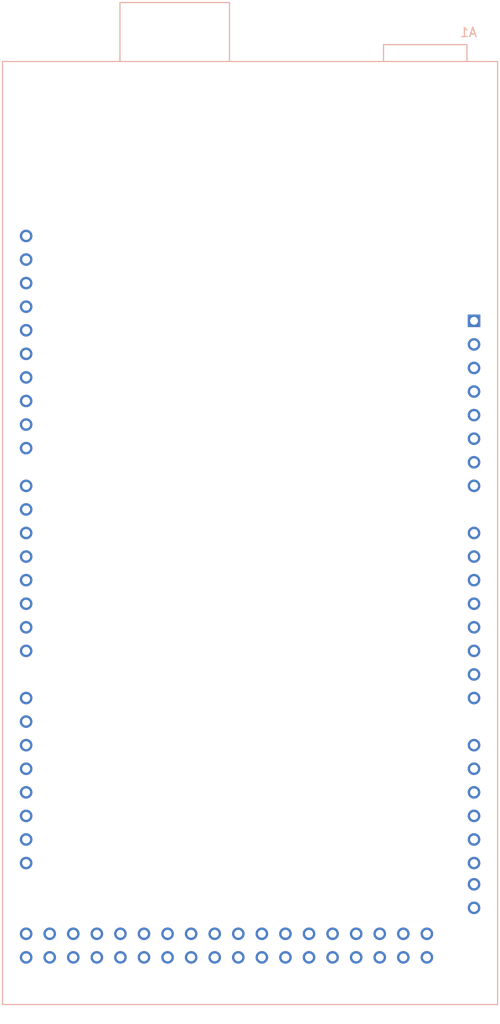
<source format=kicad_pcb>
(kicad_pcb (version 20211014) (generator pcbnew)
  (layers (0 "F.Cu" signal) (31 "B.Cu" signal) (34 "B.Paste" user) (35 "F.Paste" user) (36 "B.SilkS" user "B.Silkscreen") (37 "F.SilkS" user "F.Silkscreen") (38 "B.Mask" user) (39 "F.Mask" user) (44 "Edge.Cuts" user))
  (net 0 "")
  (footprint "Ard2560:ARDUINO_A000067" (layer "B.Cu") (at 129.54 99.06 180)
    (fp_text reference "A1" (at -23.525 53.945) (layer "B.SilkS") (effects (justify mirror)))
    (fp_text value "A000067")
    (fp_line (start -23.37 50.8) (end -14.378 50.8) (layer "B.SilkS") (width 0.127))
    (fp_line (start 2.22 57.15) (end 2.22 50.8) (layer "B.SilkS") (width 0.127))
    (fp_line (start -23.37 52.61) (end -14.378 52.61) (layer "B.SilkS") (width 0.127))
    (fp_line (start 14.02 50.8) (end 26.67 50.8) (layer "B.SilkS") (width 0.127))
    (fp_line (start 14.02 57.15) (end 2.22 57.15) (layer "B.SilkS") (width 0.127))
    (fp_line (start -26.67 -50.8) (end -26.67 50.8) (layer "B.SilkS") (width 0.127))
    (fp_line (start 26.67 50.8) (end 26.67 -50.8) (layer "B.SilkS") (width 0.127))
    (fp_line (start 26.67 -50.8) (end -26.67 -50.8) (layer "B.SilkS") (width 0.127))
    (fp_line (start -14.378 52.61) (end -14.378 50.8) (layer "B.SilkS") (width 0.127))
    (fp_line (start -14.378 50.8) (end 2.22 50.8) (layer "B.SilkS") (width 0.127))
    (fp_line (start -26.67 50.8) (end -23.37 50.8) (layer "B.SilkS") (width 0.127))
    (fp_line (start 14.02 50.8) (end 14.02 57.15) (layer "B.SilkS") (width 0.127))
    (fp_line (start 2.22 50.8) (end 14.02 50.8) (layer "B.SilkS") (width 0.127))
    (fp_line (start -23.37 50.8) (end -23.37 52.61) (layer "B.SilkS") (width 0.127))
    (pad "" np_thru_hole circle (at 8.89 -15.24 180) (size 3.2 3.2) (drill 3.2) (layers *.Cu *.Mask))
    (pad "" np_thru_hole circle (at -24.13 36.83 180) (size 3.2 3.2) (drill 3.2) (layers *.Cu *.Mask))
    (pad "" np_thru_hole circle (at 24.13 -39.37 180) (size 3.2 3.2) (drill 3.2) (layers *.Cu *.Mask))
    (pad "" np_thru_hole circle (at 24.13 35.56 180) (size 3.2 3.2) (drill 3.2) (layers *.Cu *.Mask))
    (pad "" np_thru_hole circle (at -19.05 -15.24 180) (size 3.2 3.2) (drill 3.2) (layers *.Cu *.Mask))
    (pad "" np_thru_hole circle (at -24.13 -45.72 180) (size 3.2 3.2) (drill 3.2) (layers *.Cu *.Mask))
    (pad "0" thru_hole circle (at 24.13 -12.7 180) (size 1.358 1.358) (drill 0.85) (layers *.Cu *.Mask))
    (pad "1" thru_hole circle (at 24.13 -10.16 180) (size 1.358 1.358) (drill 0.85) (layers *.Cu *.Mask))
    (pad "2" thru_hole circle (at 24.13 -7.62 180) (size 1.358 1.358) (drill 0.85) (layers *.Cu *.Mask))
    (pad "3" thru_hole circle (at 24.13 -5.08 180) (size 1.358 1.358) (drill 0.85) (layers *.Cu *.Mask))
    (pad "3V3" thru_hole circle (at -24.13 15.24 180) (size 1.358 1.358) (drill 0.85) (layers *.Cu *.Mask))
    (pad "4" thru_hole circle (at 24.13 -2.54 180) (size 1.358 1.358) (drill 0.85) (layers *.Cu *.Mask))
    (pad "5" thru_hole circle (at 24.13 0 180) (size 1.358 1.358) (drill 0.85) (layers *.Cu *.Mask))
    (pad "5V_1" thru_hole circle (at -24.13 12.7 180) (size 1.358 1.358) (drill 0.85) (layers *.Cu *.Mask))
    (pad "5V_2" thru_hole circle (at 24.13 -43.18 180) (size 1.358 1.358) (drill 0.85) (layers *.Cu *.Mask))
    (pad "5V_3" thru_hole circle (at 24.13 -45.72 180) (size 1.358 1.358) (drill 0.85) (layers *.Cu *.Mask))
    (pad "6" thru_hole circle (at 24.13 2.54 180) (size 1.358 1.358) (drill 0.85) (layers *.Cu *.Mask))
    (pad "7" thru_hole circle (at 24.13 5.08 180) (size 1.358 1.358) (drill 0.85) (layers *.Cu *.Mask))
    (pad "8" thru_hole circle (at 24.13 9.144 180) (size 1.358 1.358) (drill 0.85) (layers *.Cu *.Mask))
    (pad "9" thru_hole circle (at 24.13 11.684 180) (size 1.358 1.358) (drill 0.85) (layers *.Cu *.Mask))
    (pad "10" thru_hole circle (at 24.13 14.224 180) (size 1.358 1.358) (drill 0.85) (layers *.Cu *.Mask))
    (pad "11" thru_hole circle (at 24.13 16.764 180) (size 1.358 1.358) (drill 0.85) (layers *.Cu *.Mask))
    (pad "12" thru_hole circle (at 24.13 19.304 180) (size 1.358 1.358) (drill 0.85) (layers *.Cu *.Mask))
    (pad "13" thru_hole circle (at 24.13 21.844 180) (size 1.358 1.358) (drill 0.85) (layers *.Cu *.Mask))
    (pad "14" thru_hole circle (at 24.13 -17.78 180) (size 1.358 1.358) (drill 0.85) (layers *.Cu *.Mask))
    (pad "15" thru_hole circle (at 24.13 -20.32 180) (size 1.358 1.358) (drill 0.85) (layers *.Cu *.Mask))
    (pad "16" thru_hole circle (at 24.13 -22.86 180) (size 1.358 1.358) (drill 0.85) (layers *.Cu *.Mask))
    (pad "17" thru_hole circle (at 24.13 -25.4 180) (size 1.358 1.358) (drill 0.85) (layers *.Cu *.Mask))
    (pad "18" thru_hole circle (at 24.13 -27.94 180) (size 1.358 1.358) (drill 0.85) (layers *.Cu *.Mask))
    (pad "19" thru_hole circle (at 24.13 -30.48 180) (size 1.358 1.358) (drill 0.85) (layers *.Cu *.Mask))
    (pad "20" thru_hole circle (at 24.13 -33.02 180) (size 1.358 1.358) (drill 0.85) (layers *.Cu *.Mask))
    (pad "21" thru_hole circle (at 24.13 -35.56 180) (size 1.358 1.358) (drill 0.85) (layers *.Cu *.Mask))
    (pad "22" thru_hole circle (at 21.59 -43.18 180) (size 1.358 1.358) (drill 0.85) (layers *.Cu *.Mask))
    (pad "23" thru_hole circle (at 21.59 -45.72 180) (size 1.358 1.358) (drill 0.85) (layers *.Cu *.Mask))
    (pad "24" thru_hole circle (at 19.05 -43.18 180) (size 1.358 1.358) (drill 0.85) (layers *.Cu *.Mask))
    (pad "25" thru_hole circle (at 19.05 -45.72 180) (size 1.358 1.358) (drill 0.85) (layers *.Cu *.Mask))
    (pad "26" thru_hole circle (at 16.51 -43.18 180) (size 1.358 1.358) (drill 0.85) (layers *.Cu *.Mask))
    (pad "27" thru_hole circle (at 16.51 -45.72 180) (size 1.358 1.358) (drill 0.85) (layers *.Cu *.Mask))
    (pad "28" thru_hole circle (at 13.97 -43.18 180) (size 1.358 1.358) (drill 0.85) (layers *.Cu *.Mask))
    (pad "29" thru_hole circle (at 13.97 -45.72 180) (size 1.358 1.358) (drill 0.85) (layers *.Cu *.Mask))
    (pad "30" thru_hole circle (at 11.43 -43.18 180) (size 1.358 1.358) (drill 0.85) (layers *.Cu *.Mask))
    (pad "31" thru_hole circle (at 11.43 -45.72 180) (size 1.358 1.358) (drill 0.85) (layers *.Cu *.Mask))
    (pad "32" thru_hole circle (at 8.89 -43.18 180) (size 1.358 1.358) (drill 0.85) (layers *.Cu *.Mask))
    (pad "33" thru_hole circle (at 8.89 -45.72 180) (size 1.358 1.358) (drill 0.85) (layers *.Cu *.Mask))
    (pad "34" thru_hole circle (at 6.35 -43.18 180) (size 1.358 1.358) (drill 0.85) (layers *.Cu *.Mask))
    (pad "35" thru_hole circle (at 6.35 -45.72 180) (size 1.358 1.358) (drill 0.85) (layers *.Cu *.Mask))
    (pad "36" thru_hole circle (at 3.81 -43.18 180) (size 1.358 1.358) (drill 0.85) (layers *.Cu *.Mask))
    (pad "37" thru_hole circle (at 3.81 -45.72 180) (size 1.358 1.358) (drill 0.85) (layers *.Cu *.Mask))
    (pad "38" thru_hole circle (at 1.27 -43.18 180) (size 1.358 1.358) (drill 0.85) (layers *.Cu *.Mask))
    (pad "39" thru_hole circle (at 1.27 -45.72 180) (size 1.358 1.358) (drill 0.85) (layers *.Cu *.Mask))
    (pad "40" thru_hole circle (at -1.27 -43.18 180) (size 1.358 1.358) (drill 0.85) (layers *.Cu *.Mask))
    (pad "41" thru_hole circle (at -1.27 -45.72 180) (size 1.358 1.358) (drill 0.85) (layers *.Cu *.Mask))
    (pad "42" thru_hole circle (at -3.81 -43.18 180) (size 1.358 1.358) (drill 0.85) (layers *.Cu *.Mask))
    (pad "43" thru_hole circle (at -3.81 -45.72 180) (size 1.358 1.358) (drill 0.85) (layers *.Cu *.Mask))
    (pad "44" thru_hole circle (at -6.35 -43.18 180) (size 1.358 1.358) (drill 0.85) (layers *.Cu *.Mask))
    (pad "45" thru_hole circle (at -6.35 -45.72 180) (size 1.358 1.358) (drill 0.85) (layers *.Cu *.Mask))
    (pad "46" thru_hole circle (at -8.89 -43.18 180) (size 1.358 1.358) (drill 0.85) (layers *.Cu *.Mask))
    (pad "47" thru_hole circle (at -8.89 -45.72 180) (size 1.358 1.358) (drill 0.85) (layers *.Cu *.Mask))
    (pad "48" thru_hole circle (at -11.43 -43.18 180) (size 1.358 1.358) (drill 0.85) (layers *.Cu *.Mask))
    (pad "49" thru_hole circle (at -11.43 -45.72 180) (size 1.358 1.358) (drill 0.85) (layers *.Cu *.Mask))
    (pad "50" thru_hole circle (at -13.97 -43.18 180) (size 1.358 1.358) (drill 0.85) (layers *.Cu *.Mask))
    (pad "51" thru_hole circle (at -13.97 -45.72 180) (size 1.358 1.358) (drill 0.85) (layers *.Cu *.Mask))
    (pad "52" thru_hole circle (at -16.51 -43.18 180) (size 1.358 1.358) (drill 0.85) (layers *.Cu *.Mask))
    (pad "53" thru_hole circle (at -16.51 -45.72 180) (size 1.358 1.358) (drill 0.85) (layers *.Cu *.Mask))
    (pad "AD0" thru_hole circle (at -24.13 0 180) (size 1.358 1.358) (drill 0.85) (layers *.Cu *.Mask))
    (pad "AD1" thru_hole circle (at -24.13 -2.54 180) (size 1.358 1.358) (drill 0.85) (layers *.Cu *.Mask))
    (pad "AD2" thru_hole circle (at -24.13 -5.08 180) (size 1.358 1.358) (drill 0.85) (layers *.Cu *.Mask))
    (pad "AD3" thru_hole circle (at -24.13 -7.62 180) (size 1.358 1.358) (drill 0.85) (layers *.Cu *.Mask))
    (pad "AD4" thru_hole circle (at -24.13 -10.16 180) (size 1.358 1.358) (drill 0.85) (layers *.Cu *.Mask))
    (pad "AD5" thru_hole circle (at -24.13 -12.7 180) (size 1.358 1.358) (drill 0.85) (layers *.Cu *.Mask))
    (pad "AD6" thru_hole circle (at -24.13 -15.24 180) (size 1.358 1.358) (drill 0.85) (layers *.Cu *.Mask))
    (pad "AD7" thru_hole circle (at -24.13 -17.78 180) (size 1.358 1.358) (drill 0.85) (layers *.Cu *.Mask))
    (pad "AD8" thru_hole circle (at -24.13 -22.86 180) (size 1.358 1.358) (drill 0.85) (layers *.Cu *.Mask))
    (pad "AD9" thru_hole circle (at -24.13 -25.4 180) (size 1.358 1.358) (drill 0.85) (layers *.Cu *.Mask))
    (pad "AD10" thru_hole circle (at -24.13 -27.94 180) (size 1.358 1.358) (drill 0.85) (layers *.Cu *.Mask))
    (pad "AD11" thru_hole circle (at -24.13 -30.48 180) (size 1.358 1.358) (drill 0.85) (layers *.Cu *.Mask))
    (pad "AD12" thru_hole circle (at -24.13 -33.02 180) (size 1.358 1.358) (drill 0.85) (layers *.Cu *.Mask))
    (pad "AD13" thru_hole circle (at -24.13 -35.56 180) (size 1.358 1.358) (drill 0.85) (layers *.Cu *.Mask))
    (pad "AD14" thru_hole circle (at -24.13 -37.846 180) (size 1.358 1.358) (drill 0.85) (layers *.Cu *.Mask))
    (pad "AD15" thru_hole circle (at -24.13 -40.386 180) (size 1.358 1.358) (drill 0.85) (layers *.Cu *.Mask))
    (pad "AREF" thru_hole circle (at 24.13 26.924 180) (size 1.358 1.358) (drill 0.85) (layers *.Cu *.Mask))
    (pad "GND1" thru_hole circle (at -24.13 10.16 180) (size 1.358 1.358) (drill 0.85) (layers *.Cu *.Mask))
    (pad "GND2" thru_hole circle (at -24.13 7.62 180) (size 1.358 1.358) (drill 0.85) (layers *.Cu *.Mask))
    (pad "GND3" thru_hole circle (at 24.13 24.384 180) (size 1.358 1.358) (drill 0.85) (layers *.Cu *.Mask))
    (pad "GND4" thru_hole circle (at -19.05 -43.18 180) (size 1.358 1.358) (drill 0.85) (layers *.Cu *.Mask))
    (pad "GND5" thru_hole circle (at -19.05 -45.72 180) (size 1.358 1.358) (drill 0.85) (layers *.Cu *.Mask))
    (pad "IOREF" thru_hole circle (at -24.13 20.32 180) (size 1.358 1.358) (drill 0.85) (layers *.Cu *.Mask))
    (pad "NC" thru_hole rect (at -24.13 22.86 180) (size 1.358 1.358) (drill 0.85) (layers *.Cu *.Mask))
    (pad "RESET" thru_hole circle (at -24.13 17.78 180) (size 1.358 1.358) (drill 0.85) (layers *.Cu *.Mask))
    (pad "SCL" thru_hole circle (at 24.13 32.004 180) (size 1.358 1.358) (drill 0.85) (layers *.Cu *.Mask))
    (pad "SDA" thru_hole circle (at 24.13 29.464 180) (size 1.358 1.358) (drill 0.85) (layers *.Cu *.Mask))
    (pad "VIN" thru_hole circle (at -24.13 5.08 180) (size 1.358 1.358) (drill 0.85) (layers *.Cu *.Mask))
  )
)
</source>
